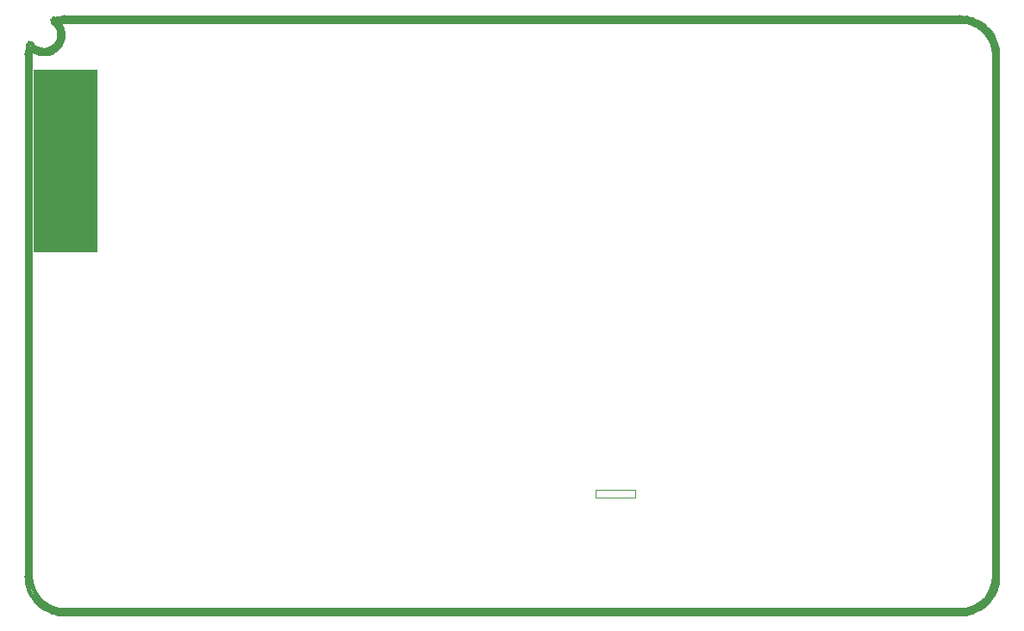
<source format=gko>
G04*
G04 #@! TF.GenerationSoftware,Altium Limited,Altium Designer,21.1.1 (26)*
G04*
G04 Layer_Color=16711935*
%FSLAX44Y44*%
%MOMM*%
G71*
G04*
G04 #@! TF.SameCoordinates,9AE9D992-6700-435F-BEFF-D62808151BB7*
G04*
G04*
G04 #@! TF.FilePolarity,Positive*
G04*
G01*
G75*
%ADD11C,0.2000*%
%ADD154C,0.4000*%
%ADD168C,0.1000*%
%ADD171R,6.3000X18.0000*%
D11*
X1025428Y666117D02*
X1031055Y663427D01*
X1024646Y664274D02*
X1030111Y661660D01*
X1031208Y663336D02*
X1036268Y659689D01*
X1030111Y661660D02*
X1035026Y658118D01*
X1036401Y659574D02*
X1036403Y659572D01*
X1036404Y659571D01*
X1040733Y655087D01*
X1035026Y658118D02*
X1039233Y653760D01*
X1040733Y655087D02*
X1040735Y655086D01*
X1040736Y655084D01*
X1040847Y654947D02*
X1044314Y649762D01*
X1039233Y653760D02*
X1042601Y648725D01*
X1044399Y649606D02*
X1044400Y649603D01*
X1046889Y643892D01*
X1042601Y648725D02*
X1045021Y643171D01*
X1046889Y643892D02*
X1046891Y643889D01*
X1046947Y643719D02*
X1048229Y638309D01*
X1045021Y643171D02*
X1046438Y637189D01*
X132770Y668420D02*
X1012770D01*
X1012859Y668416D02*
X1012863Y668416D01*
X132625Y668410D02*
X132629Y668410D01*
X1012863Y668416D02*
X1019067Y667861D01*
X1019071Y667861D01*
X1019247Y667829D02*
X1025261Y666180D01*
X132841Y666420D02*
X1012726D01*
X1018804Y665876D01*
X1024646Y664274D01*
X129978Y657686D02*
X129978Y657683D01*
X130674Y654227D01*
X130675Y654223D01*
X130694Y654013D02*
X130694Y654016D01*
X130661Y650487D02*
X130694Y654013D01*
X130661Y650484D02*
X130661Y650487D01*
X129874Y646828D02*
X130637Y650277D01*
X1048770Y119420D02*
Y637420D01*
X1046770Y119464D02*
Y636652D01*
X1048766Y119330D02*
X1048767Y119333D01*
X1046249Y113517D02*
X1046770Y119464D01*
X1048235Y113258D02*
X1048766Y119330D01*
X1048235Y113255D02*
X1048235Y113258D01*
X1048203Y113079D02*
X1048204Y113083D01*
X1044716Y107793D02*
X1046249Y113517D01*
X1046627Y107195D02*
X1048203Y113079D01*
X1046626Y107191D02*
X1046627Y107195D01*
X1046564Y107023D02*
X1046566Y107027D01*
X1042212Y102422D02*
X1044716Y107793D01*
X1043989Y101501D02*
X1046564Y107023D01*
X1043988Y101497D02*
X1043989Y101501D01*
X1043898Y101342D02*
X1043900Y101346D01*
X1038813Y97568D02*
X1042212Y102422D01*
X1040404Y96353D02*
X1043898Y101342D01*
X1040401Y96349D02*
X1040404Y96353D01*
X1035975Y91901D02*
X1040289Y96215D01*
X1034622Y93378D02*
X1038813Y97568D01*
X1035838Y91786D02*
X1035841Y91789D01*
X1029768Y89979D02*
X1034622Y93378D01*
X1030848Y88293D02*
X1035838Y91786D01*
X1024397Y87474D02*
X1029768Y89979D01*
X1030844Y88290D02*
X1030848Y88293D01*
X1030690Y88201D02*
X1030693Y88203D01*
X1025167Y85626D02*
X1030690Y88201D01*
X1018673Y85941D02*
X1024397Y87474D01*
X1012727Y85420D02*
X1018673Y85941D01*
X1025164Y85624D02*
X1025167Y85626D01*
X1024996Y85564D02*
X1025000Y85565D01*
X132814Y85420D02*
X1012727D01*
X1019110Y83987D02*
X1024996Y85564D01*
X1019107Y83986D02*
X1019110Y83987D01*
X1018932Y83955D02*
X1018935Y83955D01*
X1012860Y83424D02*
X1018932Y83955D01*
X1012857Y83424D02*
X1012860Y83424D01*
X132680D02*
X132683Y83424D01*
X132770Y83420D02*
X1012770D01*
X122832Y667011D02*
X132625Y668410D01*
X125189Y665327D02*
X132841Y666420D01*
X125189Y665327D02*
X126236Y664356D01*
X126241Y664352D01*
X122294Y665283D02*
X124804Y662956D01*
X126378Y664195D02*
X128416Y661310D01*
X124804Y662956D02*
X126722Y660241D01*
X128518Y661129D02*
X128519Y661126D01*
X129914Y657888D01*
X126722Y660241D02*
X128037Y657189D01*
X129914Y657888D02*
X129916Y657885D01*
X128037Y657189D02*
X128693Y653931D01*
X128661Y650608D02*
X128693Y653931D01*
X127944Y647362D02*
X128661Y650608D01*
X129806Y646626D02*
X129809Y646631D01*
X126571Y644335D02*
X127944Y647362D01*
X128352Y643419D02*
X129806Y646626D01*
X128350Y643414D02*
X128352Y643419D01*
X124602Y641658D02*
X126571Y644335D01*
X126152Y640388D02*
X128244Y643234D01*
X123376Y637883D02*
X126012Y640235D01*
X122829Y667010D02*
X122832Y667011D01*
X122290Y665286D02*
X122294Y665283D01*
X98180Y642358D02*
X98180Y642362D01*
X99896Y642909D02*
X102523Y640141D01*
X122122Y639445D02*
X124602Y641658D01*
X99868Y640032D02*
X101152Y638680D01*
X102523Y640141D02*
X105618Y638116D01*
X119239Y637792D02*
X122122Y639445D01*
X123205Y637760D02*
X123208Y637761D01*
X105618Y638116D02*
X109096Y636855D01*
X96780Y632565D02*
X98180Y642358D01*
X101330Y638531D02*
X104620Y636378D01*
X116076Y636771D02*
X119239Y637792D01*
X120145Y636006D02*
X123205Y637760D01*
X109096Y636855D02*
X112776Y636426D01*
X116076Y636771D01*
X98770Y632349D02*
X99868Y640032D01*
X120143Y636004D02*
X120145Y636006D01*
X104827Y636274D02*
X108524Y634934D01*
X116591Y634835D02*
X119953Y635920D01*
X108749Y634881D02*
X112654Y634426D01*
X112874Y634425D02*
X116388Y634792D01*
X106728Y97568D02*
X110918Y93378D01*
X109699Y91789D02*
X109703Y91786D01*
X110918Y93378D02*
X115772Y89979D01*
X109703Y91786D02*
X114693Y88293D01*
X115772Y89979D02*
X121143Y87474D01*
X114693Y88293D02*
X114696Y88290D01*
X114847Y88203D02*
X114851Y88201D01*
X120374Y85626D01*
X121143Y87474D02*
X126867Y85941D01*
X132814Y85420D01*
X120374Y85626D02*
X120377Y85624D01*
X120541Y85565D02*
X120544Y85564D01*
X126430Y83987D01*
X126434Y83986D01*
X126605Y83955D02*
X126608Y83955D01*
X132680Y83424D01*
X96780Y632561D02*
X96780Y632565D01*
X96770Y119420D02*
Y632420D01*
X98770Y119464D02*
Y632349D01*
X96774Y119333D02*
X96774Y119330D01*
X98770Y119464D02*
X99291Y113517D01*
X96774Y119330D02*
X97305Y113258D01*
X97305Y113255D01*
X97336Y113083D02*
X97337Y113080D01*
X99291Y113517D02*
X100824Y107793D01*
X97337Y113080D02*
X98914Y107194D01*
X98915Y107190D01*
X98974Y107027D02*
X98976Y107023D01*
X100824Y107793D02*
X103329Y102422D01*
X98976Y107023D02*
X101551Y101501D01*
X101553Y101497D01*
X101640Y101346D02*
X101643Y101342D01*
X103329Y102422D02*
X106728Y97568D01*
X101643Y101342D02*
X105137Y96353D01*
X105139Y96349D01*
X105251Y96215D02*
X109565Y91901D01*
D154*
X112539Y633433D02*
G03*
X112978Y633431I231J1987D01*
G01*
X112539Y633433D02*
G03*
X112978Y633431I231J1987D01*
G01*
X108177Y633996D02*
G03*
X108633Y633888I688J1878D01*
G01*
X108858Y91194D02*
G03*
X109130Y90967I1414J1414D01*
G01*
X108858Y91194D02*
G03*
X109125Y90970I1414J1414D01*
G01*
X1037125Y660264D02*
G03*
X1036852Y660500I-1442J-1387D01*
G01*
X1037122Y660267D02*
G03*
X1036849Y660503I-1439J-1389D01*
G01*
X1041678Y655503D02*
G03*
X1041451Y655783I-1663J-1112D01*
G01*
X1041678Y655503D02*
G03*
X1041454Y655780I-1663J-1112D01*
G01*
X1045316Y650005D02*
G03*
X1045145Y650318I-1834J-799D01*
G01*
X1045316Y650005D02*
G03*
X1045145Y650318I-1834J-799D01*
G01*
X1031797Y664144D02*
G03*
X1031486Y664329I-1173J-1620D01*
G01*
X1025866Y667016D02*
G03*
X1025526Y667144I-869J-1801D01*
G01*
X1031793Y664147D02*
G03*
X1031480Y664332I-1170J-1623D01*
G01*
X1019513Y668793D02*
G03*
X1019510Y668794I-531J-1929D01*
G01*
D02*
G03*
X1019160Y668857I-527J-1929D01*
G01*
X1012948Y669412D02*
G03*
X1012770Y669420I-178J-1992D01*
G01*
X1025527Y667143D02*
G03*
X1025524Y667144I-531J-1929D01*
G01*
X1025860Y667019D02*
G03*
X1025527Y667143I-863J-1805D01*
G01*
X1019511Y668793D02*
G03*
X1019160Y668857I-529J-1929D01*
G01*
X1012948Y669412D02*
G03*
X1012770Y669420I-178J-1992D01*
G01*
X1047921Y643947D02*
G03*
X1047807Y644288I-1947J-457D01*
G01*
X1049770Y637420D02*
G03*
X1049116Y638899I-2000J0D01*
G01*
X1047920Y643950D02*
G03*
X1047807Y644288I-1946J-461D01*
G01*
X1049770Y637420D02*
G03*
X1049116Y638899I-2000J0D01*
G01*
X1045465Y636959D02*
G03*
X1045770Y636277I1946J461D01*
G01*
X1045464Y636963D02*
G03*
X1045770Y636277I1947J457D01*
G01*
X1025259Y84599D02*
G03*
X1025586Y84718I-518J1932D01*
G01*
X1025259Y84599D02*
G03*
X1025586Y84718I-518J1932D01*
G01*
X1019016Y82959D02*
G03*
X1019366Y83020I-168J1993D01*
G01*
X1019022Y82959D02*
G03*
X1019366Y83020I-174J1993D01*
G01*
X1012770Y82420D02*
G03*
X1012951Y82428I0J2000D01*
G01*
X1012770Y82420D02*
G03*
X1012944Y82427I0J2000D01*
G01*
X132590Y82428D02*
G03*
X132770Y82420I181J1992D01*
G01*
X129436Y661525D02*
G03*
X129231Y661890I-1837J-791D01*
G01*
X104317Y95779D02*
G03*
X104544Y95508I1641J1143D01*
G01*
X104320Y95775D02*
G03*
X104544Y95508I1638J1147D01*
G01*
X100646Y101075D02*
G03*
X100824Y100768I1813J845D01*
G01*
X100644Y101080D02*
G03*
X100821Y100773I1815J840D01*
G01*
X104073Y635541D02*
G03*
X104486Y635334I1095J1674D01*
G01*
X104072Y635541D02*
G03*
X104073Y635541I1096J1673D01*
G01*
X104072Y635541D02*
G03*
X104492Y635332I1095J1674D01*
G01*
X114119Y87474D02*
G03*
X114425Y87296I1152J1636D01*
G01*
X126175Y83020D02*
G03*
X126524Y82959I518J1932D01*
G01*
X126175Y83020D02*
G03*
X126518Y82959I518J1932D01*
G01*
X114123Y87471D02*
G03*
X114425Y87296I1147J1638D01*
G01*
X119954Y84718D02*
G03*
X120282Y84599I845J1813D01*
G01*
X119954Y84718D02*
G03*
X120282Y84599I845J1813D01*
G01*
X132596Y82427D02*
G03*
X132770Y82420I174J1993D01*
G01*
X96309Y113173D02*
G03*
X96370Y112825I1993J169D01*
G01*
X96309Y113168D02*
G03*
X96370Y112825I1993J174D01*
G01*
X95770Y119420D02*
G03*
X95778Y119240I2000J0D01*
G01*
X97949Y106932D02*
G03*
X98068Y106604I1932J518D01*
G01*
X97949Y106932D02*
G03*
X98070Y106599I1932J518D01*
G01*
X95770Y119420D02*
G03*
X95778Y119246I2000J0D01*
G01*
X1047472Y106604D02*
G03*
X1047593Y106936I-1813J845D01*
G01*
X1047470Y106599D02*
G03*
X1047592Y106932I-1810J851D01*
G01*
X1044720Y100773D02*
G03*
X1044896Y101080I-1638J1147D01*
G01*
X1044717Y100768D02*
G03*
X1044894Y101075I-1636J1151D01*
G01*
X1040996Y95508D02*
G03*
X1041223Y95779I-1414J1414D01*
G01*
X1040993Y95505D02*
G03*
X1041220Y95775I-1411J1418D01*
G01*
X1036415Y90970D02*
G03*
X1036685Y91198I-1147J1638D01*
G01*
X1036411Y90967D02*
G03*
X1036682Y91194I-1143J1641D01*
G01*
X1031115Y87296D02*
G03*
X1031422Y87474I-845J1813D01*
G01*
X1031115Y87296D02*
G03*
X1031417Y87471I-845J1813D01*
G01*
X1049763Y119246D02*
G03*
X1049770Y119420I-1993J174D01*
G01*
X1049169Y112821D02*
G03*
X1049231Y113168I-1931J522D01*
G01*
X1049170Y112825D02*
G03*
X1049231Y113173I-1932J518D01*
G01*
X1049762Y119240D02*
G03*
X1049770Y119420I-1992J180D01*
G01*
X131694Y654026D02*
G03*
X131655Y654421I-2000J0D01*
G01*
X131694Y654007D02*
G03*
X131694Y654026I-2000J19D01*
G01*
X131661Y650481D02*
G03*
X131661Y650493I-2000J12D01*
G01*
X131614Y650061D02*
G03*
X131661Y650481I-1953J432D01*
G01*
X130719Y646218D02*
G03*
X130851Y646612I-1822J826D01*
G01*
X131694Y654026D02*
G03*
X131655Y654421I-2000J0D01*
G01*
X131614Y650061D02*
G03*
X131661Y650474I-1953J432D01*
G01*
X130719Y646218D02*
G03*
X130851Y646612I-1822J826D01*
G01*
X130958Y657884D02*
G03*
X130834Y658280I-1961J-395D01*
G01*
X129436Y661525D02*
G03*
X129233Y661887I-1837J-791D01*
G01*
X130958Y657884D02*
G03*
X130834Y658280I-1961J-395D01*
G01*
X129050Y642642D02*
G03*
X129260Y643001I-1611J1185D01*
G01*
X126678Y639489D02*
G03*
X126961Y639802I-1332J1492D01*
G01*
X129046Y642637D02*
G03*
X129260Y643001I-1608J1190D01*
G01*
X126678Y639489D02*
G03*
X126957Y639796I-1332J1492D01*
G01*
X123705Y636894D02*
G03*
X124042Y637136I-995J1735D01*
G01*
X123705Y636894D02*
G03*
X124042Y637136I-995J1735D01*
G01*
X100567Y637857D02*
G03*
X100782Y637695I1310J1512D01*
G01*
X100781Y637695D02*
G03*
X100782Y637694I1096J1673D01*
G01*
X120260Y634969D02*
G03*
X120640Y635137I-615J1903D01*
G01*
X120262Y634969D02*
G03*
X120640Y635137I-616J1903D01*
G01*
X100567Y637857D02*
G03*
X100781Y637695I1310J1512D01*
G01*
X120258Y634968D02*
G03*
X120262Y634969I-613J1904D01*
G01*
X116896Y633883D02*
G03*
X116900Y633884I-613J1904D01*
G01*
X122694Y668001D02*
G03*
X121610Y664553I276J-1981D01*
G01*
X122687Y668000D02*
G03*
X121610Y664553I283J-1980D01*
G01*
X116491Y633798D02*
G03*
X116896Y633883I-208J1989D01*
G01*
X116491Y633798D02*
G03*
X116898Y633884I-208J1989D01*
G01*
X108183Y633994D02*
G03*
X108633Y633888I682J1881D01*
G01*
X100621Y643597D02*
G03*
X97190Y642503I-1451J-1377D01*
G01*
X100621Y643597D02*
G03*
X97189Y642496I-1451J-1377D01*
G01*
X95791Y632710D02*
G03*
X95770Y632420I1979J-290D01*
G01*
X95790Y632703D02*
G03*
X95770Y632420I1980J-283D01*
G01*
X132770Y669420D02*
G03*
X132487Y669400I0J-2000D01*
G01*
X132770Y669420D02*
G03*
X132480Y669399I0J-2000D01*
G01*
X131694Y654000D02*
G03*
X131694Y654026I-2000J26D01*
G01*
X1012683Y86420D02*
X1018499Y86929D01*
X108633Y633888D02*
X112539Y633433D01*
X107497Y98213D02*
X111563Y94146D01*
X104198Y102924D02*
X107497Y98213D01*
X116274Y90848D02*
X121486Y88418D01*
X127041Y86929D02*
X132857Y86420D01*
X101768Y108136D02*
X104198Y102924D01*
X1036849Y660503D02*
X1036852Y660500D01*
X1031797Y664144D02*
X1036849Y660503D01*
X1041678Y655503D02*
X1045145Y650318D01*
X1038452Y653130D02*
X1041720Y648243D01*
X1044069Y642854D01*
X1045464Y636963D01*
X1045465Y636959D01*
X1031793Y664147D02*
X1031797Y664144D01*
X1031480Y664332D02*
X1031486Y664329D01*
X1025866Y667016D02*
X1031480Y664332D01*
X1025860Y667019D02*
X1025866Y667016D01*
X1029599Y660797D02*
X1034368Y657359D01*
X1024295Y663333D02*
X1029599Y660797D01*
X1037122Y660267D02*
X1037125Y660264D01*
X1041451Y655783D01*
X1034368Y657359D02*
X1038452Y653130D01*
X1041451Y655783D02*
X1041454Y655780D01*
X1025526Y667144D02*
X1025527Y667143D01*
X1025524Y667144D02*
X1025526Y667144D01*
X1019513Y668793D02*
X1025524Y667144D01*
X1019511Y668793D02*
X1019513Y668793D01*
X1019510Y668794D02*
X1019511Y668793D01*
X1012948Y669412D02*
X1019160Y668857D01*
X1012681Y665420D02*
X1018626Y664888D01*
X1024295Y663333D01*
X1045316Y650005D02*
X1047807Y644288D01*
X1047920Y643950D02*
X1047921Y643947D01*
X1049116Y638899D01*
X1049770Y119420D02*
Y637420D01*
X1045770Y119507D02*
Y636277D01*
X1045261Y113691D02*
X1045770Y119507D01*
X1043773Y108136D02*
X1045261Y113691D01*
X1044894Y101075D02*
X1044896Y101080D01*
X1019366Y83020D02*
X1025259Y84599D01*
X1019016Y82959D02*
X1019022Y82959D01*
X1012944Y82427D02*
X1012951Y82428D01*
X132770Y82420D02*
X1012770D01*
X1012951Y82428D02*
X1019016Y82959D01*
X114119Y87474D02*
X114123Y87471D01*
X109130Y90967D02*
X114119Y87474D01*
X109125Y90970D02*
X109130Y90967D01*
X132770Y669420D02*
X1012770D01*
X132912Y665420D02*
X1012681D01*
X132857Y86420D02*
X1012683D01*
X111563Y94146D02*
X116274Y90848D01*
X127303Y664619D02*
X132912Y665420D01*
X100821Y100773D02*
X100824Y100768D01*
X104317Y95779D01*
X104320Y95775D01*
X104544Y95508D02*
X108858Y91194D01*
X100644Y101080D02*
X100646Y101075D01*
X104072Y635541D02*
X104073Y635541D01*
X104072Y635541D02*
X104072Y635541D01*
X100782Y637694D02*
X104072Y635541D01*
X100782Y637695D02*
X100782Y637694D01*
X100781Y637695D02*
X100782Y637695D01*
X99770Y632278D02*
X100567Y637857D01*
X108177Y633996D02*
X108183Y633994D01*
X95770Y119420D02*
Y632420D01*
X104492Y635332D02*
X108177Y633996D01*
X99770Y119507D02*
Y632278D01*
Y119507D02*
X100279Y113691D01*
X101768Y108136D01*
X104486Y635334D02*
X104492Y635332D01*
X121486Y88418D02*
X127041Y86929D01*
X132590Y82428D02*
X132596Y82427D01*
X126524Y82959D02*
X132590Y82428D01*
X126518Y82959D02*
X126524Y82959D01*
X120282Y84599D02*
X126175Y83020D01*
X114425Y87296D02*
X119954Y84718D01*
X95778Y119246D02*
X95778Y119240D01*
X96309Y113173D01*
X96309Y113168D01*
X98068Y106604D02*
X98070Y106599D01*
X100644Y101080D01*
X96370Y112825D02*
X97949Y106932D01*
X1047592Y106932D02*
X1047593Y106936D01*
X1047470Y106599D02*
X1047472Y106604D01*
X1044896Y101080D02*
X1047470Y106599D01*
X1041342Y102924D02*
X1043773Y108136D01*
X1038044Y98213D02*
X1041342Y102924D01*
X1041223Y95779D02*
X1044717Y100768D01*
X1041220Y95775D02*
X1041223Y95779D01*
X1044717Y100768D02*
X1044720Y100773D01*
X1033977Y94147D02*
X1038044Y98213D01*
X1040993Y95505D02*
X1040996Y95508D01*
X1036685Y91198D02*
X1040993Y95505D01*
X1036411Y90967D02*
X1036415Y90970D01*
X1036682Y91194D02*
X1036685Y91198D01*
X1031417Y87471D02*
X1031422Y87474D01*
X1029266Y90848D02*
X1033977Y94147D01*
X1031422Y87474D02*
X1036411Y90967D01*
X1024054Y88418D02*
X1029266Y90848D01*
X1018499Y86929D02*
X1024054Y88418D01*
X1025586Y84718D02*
X1031115Y87296D01*
X1049762Y119240D02*
X1049763Y119246D01*
X1049231Y113173D02*
X1049762Y119240D01*
X1049231Y113168D02*
X1049231Y113173D01*
X1049169Y112821D02*
X1049170Y112825D01*
X1047593Y106936D02*
X1049169Y112821D01*
X131694Y654000D02*
X131694Y654007D01*
X131661Y650481D02*
X131694Y654000D01*
X131661Y650474D02*
X131661Y650481D01*
X127662Y650721D02*
X127692Y653836D01*
X126990Y647680D02*
X127662Y650721D01*
X129436Y661525D02*
X130834Y658280D01*
X129231Y661890D02*
X129233Y661887D01*
X127077Y656889D02*
X127692Y653836D01*
X125845Y659750D02*
X127077Y656889D01*
X127303Y664619D02*
X129231Y661890D01*
X129260Y643001D02*
X130719Y646218D01*
X129046Y642637D02*
X129050Y642642D01*
X126961Y639802D02*
X129046Y642637D01*
X126957Y639796D02*
X126961Y639802D01*
X125703Y644844D02*
X126990Y647680D01*
X124048Y662293D02*
X125845Y659750D01*
X123858Y642334D02*
X125703Y644844D01*
X124042Y637136D02*
X126678Y639489D01*
X121610Y664553D02*
X124048Y662293D01*
X121534Y640260D02*
X123858Y642334D01*
X118832Y638712D02*
X121534Y640260D01*
X103168Y640914D02*
X106068Y639016D01*
X100621Y643597D02*
X103168Y640914D01*
X120640Y635137D02*
X123705Y636894D01*
X115868Y637755D02*
X118832Y638712D01*
X112782Y637432D02*
X115868Y637755D01*
X109327Y637835D02*
X112782Y637432D01*
X106068Y639016D02*
X109327Y637835D01*
X122687Y668000D02*
X122694Y668001D01*
X120258Y634968D02*
X120260Y634969D01*
X116900Y633884D02*
X120258Y634968D01*
X116898Y633884D02*
X116900Y633884D01*
X120260Y634969D02*
X120262Y634969D01*
X116896Y633883D02*
X116898Y633884D01*
X112978Y633431D02*
X116491Y633798D01*
X95791Y632710D02*
X97189Y642496D01*
X95790Y632703D02*
X95791Y632710D01*
X97189Y642496D02*
X97190Y642503D01*
X130958Y657884D02*
X131655Y654421D01*
X130851Y646612D02*
X131614Y650061D01*
X122694Y668001D02*
X132480Y669399D01*
X132487Y669400D01*
D168*
X654870Y204470D02*
X693870D01*
X654870Y196850D02*
Y204470D01*
X693870Y196850D02*
Y204470D01*
X654870Y196850D02*
X693870D01*
D171*
X134332Y528160D02*
D03*
D03*
M02*

</source>
